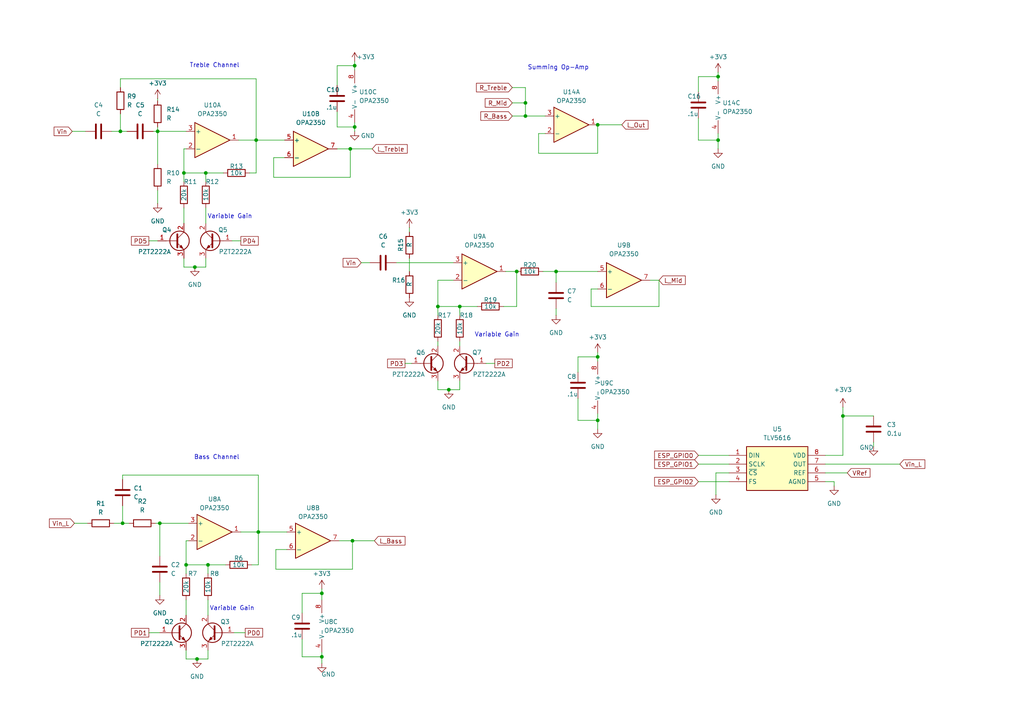
<source format=kicad_sch>
(kicad_sch (version 20250114) (generator "eeschema") (generator_version "9.0")
  (paper "A4")
  (lib_symbols
    (symbol "Device:R" (pin_numbers (hide yes)) (pin_names (offset 0))
      (property "Reference" "R" (at 2.032 0 90))
      (property "Value" "R" (at 0 0 90))
      (symbol "R_0_1"
        (rectangle (start -1.016 -2.54) (end 1.016 2.54) (stroke (width 0.254)))
      )
      (symbol "R_1_1"
        (pin passive line (at 0 3.81 270) (length 1.27) (name "~") (number "1"))
        (pin passive line (at 0 -3.81 90) (length 1.27) (name "~") (number "2"))
      )
    )
    (symbol "ECE445L:C" (pin_numbers (hide yes)) (pin_names (offset 0.254))
      (property "Reference" "C" (at 0.635 2.54 0))
      (property "Value" "C" (at 0.635 -2.54 0))
      (symbol "C_0_1"
        (polyline (pts (xy -2.032 0.762) (xy 2.032 0.762)) (stroke (width 0.508)))
        (polyline (pts (xy -2.032 -0.762) (xy 2.032 -0.762)) (stroke (width 0.508)))
      )
      (symbol "C_1_1"
        (pin passive line (at 0 3.81 270) (length 2.794) (name "~") (number "1"))
        (pin passive line (at 0 -3.81 90) (length 2.794) (name "~") (number "2"))
      )
    )
    (symbol "ECE445L:OPA2350" (pin_names (offset 0.127))
      (property "Reference" "U" (at 0 5.08 0))
      (property "Value" "OPA2350" (at -1.27 -5.08 0))
      (symbol "OPA2350_1_1"
        (polyline (pts (xy -5.08 5.08) (xy 5.08 0) (xy -5.08 -5.08) (xy -5.08 5.08)) (stroke (width 0.254)) (fill (type background)))
        (pin input line (at -7.62 2.54 0) (length 2.54) (name "+") (number "3"))
        (pin input line (at -7.62 -2.54 0) (length 2.54) (name "-") (number "2"))
        (pin output line (at 7.62 0 180) (length 2.54) (name "~") (number "1"))
      )
      (symbol "OPA2350_2_1"
        (polyline (pts (xy -5.08 5.08) (xy 5.08 0) (xy -5.08 -5.08) (xy -5.08 5.08)) (stroke (width 0.254)) (fill (type background)))
        (pin input line (at -7.62 2.54 0) (length 2.54) (name "+") (number "5"))
        (pin input line (at -7.62 -2.54 0) (length 2.54) (name "-") (number "6"))
        (pin output line (at 7.62 0 180) (length 2.54) (name "~") (number "7"))
      )
      (symbol "OPA2350_3_1"
        (pin power_in line (at -2.54 7.62 270) (length 3.81) (name "V+") (number "8"))
        (pin power_in line (at -2.54 -7.62 90) (length 3.81) (name "V-") (number "4"))
      )
    )
    (symbol "ECE445L:TLV5616"
      (property "Reference" "IC" (at -8.89 11.43 0))
      (property "Value" "TLV5616" (at -8.89 8.89 0))
      (symbol "TLV5616_1_1"
        (rectangle (start -8.89 6.35) (end 8.89 -6.35) (stroke (width 0.254)) (fill (type background)))
        (pin input line (at -13.97 3.81 0) (length 5.08) (name "DIN") (number "1"))
        (pin input line (at -13.97 1.27 0) (length 5.08) (name "SCLK") (number "2"))
        (pin input line (at -13.97 -1.27 0) (length 5.08) (name "~{CS}") (number "3"))
        (pin input line (at -13.97 -3.81 0) (length 5.08) (name "FS") (number "4"))
        (pin power_in line (at 13.97 3.81 180) (length 5.08) (name "VDD") (number "8"))
        (pin output line (at 13.97 1.27 180) (length 5.08) (name "OUT") (number "7"))
        (pin input line (at 13.97 -1.27 180) (length 5.08) (name "REF") (number "6"))
        (pin power_in line (at 13.97 -3.81 180) (length 5.08) (name "AGND") (number "5"))
      )
    )
    (symbol "Transistor_BJT:PZT2222A" (pin_names (offset 0) (hide yes))
      (property "Reference" "Q" (at 5.08 1.905 0))
      (property "Value" "PZT2222A" (at 5.08 0 0))
      (symbol "PZT2222A_0_1"
        (polyline (pts (xy -2.54 0) (xy 0.635 0)))
        (polyline (pts (xy 0.635 1.905) (xy 0.635 -1.905)) (stroke (width 0.508)))
        (circle (center 1.27 0) (radius 2.8194) (stroke (width 0.254)))
      )
      (symbol "PZT2222A_1_1"
        (polyline (pts (xy 0.635 0.635) (xy 2.54 2.54)))
        (polyline (pts (xy 0.635 -0.635) (xy 2.54 -2.54)))
        (polyline (pts (xy 1.27 -1.778) (xy 1.778 -1.27) (xy 2.286 -2.286) (xy 1.27 -1.778)) (fill (type outline)))
        (pin input line (at -5.08 0 0) (length 2.54) (name "B") (number "1"))
        (pin passive line (at 2.54 5.08 270) (length 2.54) (name "C") (number "2"))
        (pin passive line (at 2.54 -5.08 90) (length 2.54) (name "E") (number "3"))
      )
    )
    (symbol "power:+3V3" (power) (pin_numbers (hide yes)) (pin_names (offset 0) (hide yes))
      (property "Value" "+3V3" (at 0 3.556 0))
      (symbol "+3V3_0_1"
        (polyline (pts (xy -0.762 1.27) (xy 0 2.54)))
        (polyline (pts (xy 0 2.54) (xy 0.762 1.27)))
        (polyline (pts (xy 0 0) (xy 0 2.54)))
      )
      (symbol "+3V3_1_1"
        (pin power_in line (at 0 0 90) (length 0) (name "~") (number "1"))
      )
    )
    (symbol "power:GND" (power) (pin_numbers (hide yes)) (pin_names (offset 0) (hide yes))
      (property "Value" "GND" (at 0 -3.81 0))
      (symbol "GND_0_1"
        (polyline (pts (xy 0 0) (xy 0 -1.27) (xy 1.27 -1.27) (xy 0 -2.54) (xy -1.27 -1.27) (xy 0 -1.27)))
      )
      (symbol "GND_1_1"
        (pin power_in line (at 0 0 270) (length 0) (name "~") (number "1"))
      )
    )
  )
  (text "Variable Gain" (at 66.675 62.865 0) (effects (font (size 1.27 1.27))))
  (text "Treble Channel" (at 62.23 19.05 0) (effects (font (size 1.27 1.27))))
  (text "Summing Op-Amp" (at 161.925 19.685 0) (effects (font (size 1.27 1.27))))
  (text "Bass Channel" (at 62.865 132.715 0) (effects (font (size 1.27 1.27))))
  (text "Variable Gain" (at 67.31 176.53 0) (effects (font (size 1.27 1.27))))
  (text "Variable Gain" (at 144.145 97.155 0) (effects (font (size 1.27 1.27))))
  (junction (at 74.295 40.64))
  (junction (at 53.975 163.83))
  (junction (at 152.4 29.845))
  (junction (at 133.35 88.9))
  (junction (at 93.345 190.5))
  (junction (at 56.515 77.47))
  (junction (at 45.72 38.1))
  (junction (at 149.86 78.74))
  (junction (at 74.93 154.305))
  (junction (at 57.15 191.135))
  (junction (at 34.925 38.1))
  (junction (at 161.29 78.74))
  (junction (at 59.69 50.165))
  (junction (at 127 88.9))
  (junction (at 102.87 19.05))
  (junction (at 173.355 121.92))
  (junction (at 46.355 151.765))
  (junction (at 244.475 120.65))
  (junction (at 208.28 40.64))
  (junction (at 102.87 36.83))
  (junction (at 101.6 43.18))
  (junction (at 60.325 163.83))
  (junction (at 173.355 103.505))
  (junction (at 102.235 156.845))
  (junction (at 35.56 151.765))
  (junction (at 173.355 36.195))
  (junction (at 130.175 113.03))
  (junction (at 208.28 22.225))
  (junction (at 53.34 50.165))
  (junction (at 152.4 33.655))
  (junction (at 93.345 172.085))
  (wire (pts (xy 102.87 19.05) (xy 102.87 20.32)))
  (wire (pts (xy 74.295 22.86) (xy 74.295 40.64)))
  (wire (pts (xy 53.975 163.83) (xy 53.975 166.37)))
  (wire (pts (xy 157.48 78.74) (xy 161.29 78.74)))
  (wire (pts (xy 101.6 43.18) (xy 101.6 51.435)))
  (wire (pts (xy 152.4 29.845) (xy 152.4 33.655)))
  (wire (pts (xy 57.15 191.135) (xy 53.975 191.135)))
  (wire (pts (xy 253.365 128.27) (xy 253.365 129.54)))
  (wire (pts (xy 102.87 36.83) (xy 97.79 36.83)))
  (wire (pts (xy 53.975 156.845) (xy 53.975 163.83)))
  (wire (pts (xy 130.175 113.03) (xy 127 113.03)))
  (wire (pts (xy 43.18 183.515) (xy 46.355 183.515)))
  (wire (pts (xy 53.34 50.165) (xy 59.69 50.165)))
  (wire (pts (xy 45.72 55.245) (xy 45.72 59.055)))
  (wire (pts (xy 244.475 120.65) (xy 253.365 120.65)))
  (wire (pts (xy 53.34 74.93) (xy 53.34 77.47)))
  (wire (pts (xy 173.355 102.235) (xy 173.355 103.505)))
  (wire (pts (xy 87.63 172.085) (xy 87.63 177.8)))
  (wire (pts (xy 244.475 132.08) (xy 239.395 132.08)))
  (wire (pts (xy 35.56 151.765) (xy 37.465 151.765)))
  (wire (pts (xy 93.345 170.815) (xy 93.345 172.085)))
  (wire (pts (xy 152.4 33.655) (xy 158.115 33.655)))
  (wire (pts (xy 56.515 77.47) (xy 53.34 77.47)))
  (wire (pts (xy 74.93 163.83) (xy 74.93 154.305)))
  (wire (pts (xy 44.45 38.1) (xy 45.72 38.1)))
  (wire (pts (xy 102.87 17.78) (xy 102.87 19.05)))
  (wire (pts (xy 167.64 121.92) (xy 173.355 121.92)))
  (wire (pts (xy 202.565 132.08) (xy 211.455 132.08)))
  (wire (pts (xy 45.72 29.21) (xy 45.72 28.575)))
  (wire (pts (xy 35.56 139.065) (xy 35.56 137.795)))
  (wire (pts (xy 202.565 22.225) (xy 202.565 26.67)))
  (wire (pts (xy 244.475 118.11) (xy 244.475 120.65)))
  (wire (pts (xy 45.085 151.765) (xy 46.355 151.765)))
  (wire (pts (xy 208.28 22.225) (xy 202.565 22.225)))
  (wire (pts (xy 156.21 38.735) (xy 156.21 44.45)))
  (wire (pts (xy 53.975 173.99) (xy 53.975 178.435)))
  (wire (pts (xy 133.35 113.03) (xy 130.175 113.03)))
  (wire (pts (xy 127 88.9) (xy 127 91.44)))
  (wire (pts (xy 118.745 74.93) (xy 118.745 78.74)))
  (wire (pts (xy 149.86 78.74) (xy 146.685 78.74)))
  (wire (pts (xy 97.79 32.385) (xy 97.79 36.83)))
  (wire (pts (xy 80.01 165.1) (xy 80.01 159.385)))
  (wire (pts (xy 67.31 69.85) (xy 69.85 69.85)))
  (wire (pts (xy 127 88.9) (xy 133.35 88.9)))
  (wire (pts (xy 148.59 29.845) (xy 152.4 29.845)))
  (wire (pts (xy 207.645 137.16) (xy 207.645 143.51)))
  (wire (pts (xy 127 99.06) (xy 127 100.33)))
  (wire (pts (xy 127 81.28) (xy 131.445 81.28)))
  (wire (pts (xy 53.34 43.18) (xy 53.975 43.18)))
  (wire (pts (xy 208.28 20.955) (xy 208.28 22.225)))
  (wire (pts (xy 173.355 103.505) (xy 173.355 104.775)))
  (wire (pts (xy 102.87 36.83) (xy 102.87 38.1)))
  (wire (pts (xy 241.935 139.7) (xy 241.935 140.97)))
  (wire (pts (xy 97.79 43.18) (xy 101.6 43.18)))
  (wire (pts (xy 173.355 121.92) (xy 173.355 124.46)))
  (wire (pts (xy 60.325 173.99) (xy 60.325 178.435)))
  (wire (pts (xy 173.355 120.015) (xy 173.355 121.92)))
  (wire (pts (xy 80.01 159.385) (xy 83.185 159.385)))
  (wire (pts (xy 53.34 50.165) (xy 53.34 52.705)))
  (wire (pts (xy 43.18 69.85) (xy 45.72 69.85)))
  (wire (pts (xy 59.69 50.165) (xy 59.69 52.705)))
  (wire (pts (xy 74.93 137.795) (xy 74.93 154.305)))
  (wire (pts (xy 158.115 38.735) (xy 156.21 38.735)))
  (wire (pts (xy 45.72 36.83) (xy 45.72 38.1)))
  (wire (pts (xy 53.975 163.83) (xy 60.325 163.83)))
  (wire (pts (xy 34.925 22.86) (xy 34.925 25.4)))
  (wire (pts (xy 133.35 88.9) (xy 133.35 91.44)))
  (wire (pts (xy 173.355 103.505) (xy 167.64 103.505)))
  (wire (pts (xy 53.975 188.595) (xy 53.975 191.135)))
  (wire (pts (xy 171.45 83.82) (xy 173.355 83.82)))
  (wire (pts (xy 104.775 76.2) (xy 107.315 76.2)))
  (wire (pts (xy 60.325 191.135) (xy 57.15 191.135)))
  (wire (pts (xy 20.955 38.1) (xy 24.765 38.1)))
  (wire (pts (xy 148.59 25.4) (xy 152.4 25.4)))
  (wire (pts (xy 171.45 88.9) (xy 171.45 83.82)))
  (wire (pts (xy 73.025 163.83) (xy 74.93 163.83)))
  (wire (pts (xy 152.4 25.4) (xy 152.4 29.845)))
  (wire (pts (xy 60.325 163.83) (xy 60.325 166.37)))
  (wire (pts (xy 67.945 183.515) (xy 71.12 183.515)))
  (wire (pts (xy 118.745 66.04) (xy 118.745 67.31)))
  (wire (pts (xy 74.93 154.305) (xy 83.185 154.305)))
  (wire (pts (xy 146.05 88.9) (xy 149.86 88.9)))
  (wire (pts (xy 161.29 78.74) (xy 161.29 81.915)))
  (wire (pts (xy 46.355 151.765) (xy 46.355 161.29)))
  (wire (pts (xy 239.395 139.7) (xy 241.935 139.7)))
  (wire (pts (xy 148.59 33.655) (xy 152.4 33.655)))
  (wire (pts (xy 97.79 19.05) (xy 102.87 19.05)))
  (wire (pts (xy 79.375 51.435) (xy 79.375 45.72)))
  (wire (pts (xy 208.28 22.225) (xy 208.28 23.495)))
  (wire (pts (xy 93.345 190.5) (xy 93.345 192.405)))
  (wire (pts (xy 202.565 34.29) (xy 202.565 40.64)))
  (wire (pts (xy 208.28 38.735) (xy 208.28 40.64)))
  (wire (pts (xy 98.425 156.845) (xy 102.235 156.845)))
  (wire (pts (xy 161.29 89.535) (xy 161.29 91.44)))
  (wire (pts (xy 173.355 44.45) (xy 173.355 36.195)))
  (wire (pts (xy 133.35 88.9) (xy 138.43 88.9)))
  (wire (pts (xy 127 88.9) (xy 127 81.28)))
  (wire (pts (xy 59.69 50.165) (xy 64.77 50.165)))
  (wire (pts (xy 60.325 188.595) (xy 60.325 191.135)))
  (wire (pts (xy 102.87 35.56) (xy 102.87 36.83)))
  (wire (pts (xy 167.64 103.505) (xy 167.64 107.95)))
  (wire (pts (xy 239.395 137.16) (xy 245.745 137.16)))
  (wire (pts (xy 211.455 137.16) (xy 207.645 137.16)))
  (wire (pts (xy 45.72 38.1) (xy 45.72 47.625)))
  (wire (pts (xy 133.35 99.06) (xy 133.35 100.33)))
  (wire (pts (xy 21.59 151.765) (xy 25.4 151.765)))
  (wire (pts (xy 114.935 76.2) (xy 131.445 76.2)))
  (wire (pts (xy 202.565 134.62) (xy 211.455 134.62)))
  (wire (pts (xy 34.925 33.02) (xy 34.925 38.1)))
  (wire (pts (xy 140.97 105.41) (xy 143.51 105.41)))
  (wire (pts (xy 34.925 38.1) (xy 36.83 38.1)))
  (wire (pts (xy 46.355 151.765) (xy 54.61 151.765)))
  (wire (pts (xy 208.28 40.64) (xy 208.28 43.18)))
  (wire (pts (xy 79.375 45.72) (xy 82.55 45.72)))
  (wire (pts (xy 239.395 134.62) (xy 260.985 134.62)))
  (wire (pts (xy 191.135 88.9) (xy 171.45 88.9)))
  (wire (pts (xy 59.69 77.47) (xy 56.515 77.47)))
  (wire (pts (xy 133.35 110.49) (xy 133.35 113.03)))
  (wire (pts (xy 87.63 190.5) (xy 93.345 190.5)))
  (wire (pts (xy 101.6 43.18) (xy 107.95 43.18)))
  (wire (pts (xy 156.21 44.45) (xy 173.355 44.45)))
  (wire (pts (xy 33.02 151.765) (xy 35.56 151.765)))
  (wire (pts (xy 45.72 38.1) (xy 53.975 38.1)))
  (wire (pts (xy 74.295 40.64) (xy 69.215 40.64)))
  (wire (pts (xy 35.56 146.685) (xy 35.56 151.765)))
  (wire (pts (xy 127 110.49) (xy 127 113.03)))
  (wire (pts (xy 202.565 139.7) (xy 211.455 139.7)))
  (wire (pts (xy 173.355 36.195) (xy 180.34 36.195)))
  (wire (pts (xy 188.595 81.28) (xy 191.135 81.28)))
  (wire (pts (xy 32.385 38.1) (xy 34.925 38.1)))
  (wire (pts (xy 93.345 172.085) (xy 87.63 172.085)))
  (wire (pts (xy 244.475 120.65) (xy 244.475 132.08)))
  (wire (pts (xy 87.63 185.42) (xy 87.63 190.5)))
  (wire (pts (xy 60.325 163.83) (xy 65.405 163.83)))
  (wire (pts (xy 34.925 22.86) (xy 74.295 22.86)))
  (wire (pts (xy 117.475 105.41) (xy 119.38 105.41)))
  (wire (pts (xy 74.295 50.165) (xy 74.295 40.64)))
  (wire (pts (xy 35.56 137.795) (xy 74.93 137.795)))
  (wire (pts (xy 97.79 24.765) (xy 97.79 19.05)))
  (wire (pts (xy 101.6 51.435) (xy 79.375 51.435)))
  (wire (pts (xy 46.355 168.91) (xy 46.355 172.72)))
  (wire (pts (xy 149.86 88.9) (xy 149.86 78.74)))
  (wire (pts (xy 161.29 78.74) (xy 173.355 78.74)))
  (wire (pts (xy 53.975 156.845) (xy 54.61 156.845)))
  (wire (pts (xy 93.345 173.99) (xy 93.345 172.085)))
  (wire (pts (xy 202.565 40.64) (xy 208.28 40.64)))
  (wire (pts (xy 102.235 165.1) (xy 80.01 165.1)))
  (wire (pts (xy 53.34 43.18) (xy 53.34 50.165)))
  (wire (pts (xy 167.64 115.57) (xy 167.64 121.92)))
  (wire (pts (xy 74.93 154.305) (xy 69.85 154.305)))
  (wire (pts (xy 102.235 156.845) (xy 102.235 165.1)))
  (wire (pts (xy 93.345 190.5) (xy 93.345 189.23)))
  (wire (pts (xy 102.235 156.845) (xy 108.585 156.845)))
  (wire (pts (xy 72.39 50.165) (xy 74.295 50.165)))
  (wire (pts (xy 191.135 81.28) (xy 191.135 88.9)))
  (wire (pts (xy 59.69 60.325) (xy 59.69 64.77)))
  (wire (pts (xy 53.34 60.325) (xy 53.34 64.77)))
  (wire (pts (xy 74.295 40.64) (xy 82.55 40.64)))
  (wire (pts (xy 59.69 74.93) (xy 59.69 77.47)))
  (global_label "PD5" (shape passive) (at 43.18 69.85 180) (property "Intersheetrefs" "${INTERSHEET_REFS}" (effects (hide yes))))
  (global_label "Vin_L" (shape input) (at 260.985 134.62 0) (property "Intersheetrefs" "${INTERSHEET_REFS}" (effects (hide yes))))
  (global_label "R_Treble" (shape input) (at 148.59 25.4 180) (property "Intersheetrefs" "${INTERSHEET_REFS}" (effects (hide yes))))
  (global_label "PD2" (shape passive) (at 143.51 105.41 0) (property "Intersheetrefs" "${INTERSHEET_REFS}" (effects (hide yes))))
  (global_label "Vin" (shape input) (at 104.775 76.2 180) (property "Intersheetrefs" "${INTERSHEET_REFS}" (effects (hide yes))))
  (global_label "PD0" (shape passive) (at 71.12 183.515 0) (property "Intersheetrefs" "${INTERSHEET_REFS}" (effects (hide yes))))
  (global_label "VRef" (shape input) (at 245.745 137.16 0) (property "Intersheetrefs" "${INTERSHEET_REFS}" (effects (hide yes))))
  (global_label "ESP_GPIO1" (shape input) (at 202.565 134.62 180) (property "Intersheetrefs" "${INTERSHEET_REFS}" (effects (hide yes))))
  (global_label "PD4" (shape passive) (at 69.85 69.85 0) (property "Intersheetrefs" "${INTERSHEET_REFS}" (effects (hide yes))))
  (global_label "R_Mid" (shape input) (at 148.59 29.845 180) (property "Intersheetrefs" "${INTERSHEET_REFS}" (effects (hide yes))))
  (global_label "L_Mid" (shape input) (at 191.135 81.28 0) (property "Intersheetrefs" "${INTERSHEET_REFS}" (effects (hide yes))))
  (global_label "L_Bass" (shape input) (at 108.585 156.845 0) (property "Intersheetrefs" "${INTERSHEET_REFS}" (effects (hide yes))))
  (global_label "PD1" (shape passive) (at 43.18 183.515 180) (property "Intersheetrefs" "${INTERSHEET_REFS}" (effects (hide yes))))
  (global_label "R_Bass" (shape input) (at 148.59 33.655 180) (property "Intersheetrefs" "${INTERSHEET_REFS}" (effects (hide yes))))
  (global_label "Vin" (shape input) (at 20.955 38.1 180) (property "Intersheetrefs" "${INTERSHEET_REFS}" (effects (hide yes))))
  (global_label "PD3" (shape passive) (at 117.475 105.41 180) (property "Intersheetrefs" "${INTERSHEET_REFS}" (effects (hide yes))))
  (global_label "ESP_GPIO2" (shape input) (at 202.565 139.7 180) (property "Intersheetrefs" "${INTERSHEET_REFS}" (effects (hide yes))))
  (global_label "L_Out" (shape input) (at 180.34 36.195 0) (property "Intersheetrefs" "${INTERSHEET_REFS}" (effects (hide yes))))
  (global_label "L_Treble" (shape input) (at 107.95 43.18 0) (property "Intersheetrefs" "${INTERSHEET_REFS}" (effects (hide yes))))
  (global_label "ESP_GPIO0" (shape input) (at 202.565 132.08 180) (property "Intersheetrefs" "${INTERSHEET_REFS}" (effects (hide yes))))
  (global_label "Vin_L" (shape input) (at 21.59 151.765 180) (property "Intersheetrefs" "${INTERSHEET_REFS}" (effects (hide yes))))
  (symbol (lib_id "power:+3V3") (at 173.355 102.235 0) (unit 1)
    (property "Reference" "#PWR023" (effects (hide yes)))
    (property "Value" "+3V3" (at 173.355 97.79 0))
    (property "Description" "Power symbol creates a global label with name \"+3V3\"" (effects (hide yes)))
  )
  (symbol (lib_id "power:GND") (at 173.355 124.46 0) (unit 1)
    (property "Reference" "#PWR024" (effects (hide yes)))
    (property "Value" "GND" (at 173.355 129.54 0))
    (property "Description" "Power symbol creates a global label with name \"GND\" , ground" (effects (hide yes)))
  )
  (symbol (lib_id "ECE445L:C") (at 167.64 111.76 180) (unit 1)
    (property "Reference" "C8" (at 164.465 109.22 0) (effects (justify right)))
    (property "Value" ".1u" (at 164.465 114.3 0) (effects (justify right)))
    (property "Footprint" "Capacitor_SMD:C_0805_2012Metric" (effects (hide yes)))
    (property "Description" "Unpolarized capacitor" (effects (hide yes)))
  )
  (symbol (lib_id "ECE445L:C") (at 97.79 28.575 180) (unit 1)
    (property "Reference" "C10" (at 94.615 26.035 0) (effects (justify right)))
    (property "Value" ".1u" (at 94.615 31.115 0) (effects (justify right)))
    (property "Footprint" "Capacitor_SMD:C_0805_2012Metric" (effects (hide yes)))
    (property "Description" "Unpolarized capacitor" (effects (hide yes)))
  )
  (symbol (lib_id "Device:R") (at 133.35 95.25 180) (unit 1)
    (property "Reference" "R18" (at 135.255 91.44 0))
    (property "Value" "10k" (at 133.35 95.25 90))
    (property "Footprint" "Resistor_SMD:R_0805_2012Metric" (effects (hide yes)))
    (property "Description" "Resistor" (effects (hide yes)))
  )
  (symbol (lib_id "ECE445L:OPA2350") (at 90.805 156.845 0) (unit 2)
    (property "Reference" "U8" (at 90.805 147.32 0))
    (property "Value" "OPA2350" (at 90.805 149.86 0))
    (property "Footprint" "ECE445L:DIP-8_W7.62mm_LongPads" (effects (hide yes)))
    (property "Datasheet" "http://www.ti.com/lit/ds/symlink/opa2350.pdf" (effects (hide yes)))
    (property "Description" "Precision, 38-MHz, Low-Noise, Low-Power, RRIO, CMOS Operational Amplifier, DIP-8" (effects (hide yes)))
  )
  (symbol (lib_id "power:GND") (at 56.515 77.47 0) (unit 1)
    (property "Reference" "#PWR014" (effects (hide yes)))
    (property "Value" "GND" (at 56.515 82.55 0))
    (property "Description" "Power symbol creates a global label with name \"GND\" , ground" (effects (hide yes)))
  )
  (symbol (lib_id "power:GND") (at 207.645 143.51 0) (unit 1)
    (property "Reference" "#PWR010" (effects (hide yes)))
    (property "Value" "GND" (at 207.645 148.59 0))
    (property "Description" "Power symbol creates a global label with name \"GND\" , ground" (effects (hide yes)))
  )
  (symbol (lib_id "ECE445L:C") (at 87.63 181.61 180) (unit 1)
    (property "Reference" "C9" (at 84.455 179.07 0) (effects (justify right)))
    (property "Value" ".1u" (at 84.455 184.15 0) (effects (justify right)))
    (property "Footprint" "Capacitor_SMD:C_0805_2012Metric" (effects (hide yes)))
    (property "Description" "Unpolarized capacitor" (effects (hide yes)))
  )
  (symbol (lib_id "Device:R") (at 34.925 29.21 0) (unit 1)
    (property "Reference" "R9" (at 36.83 27.9399 0) (effects (justify left)))
    (property "Value" "R" (at 36.83 30.4799 0) (effects (justify left)))
    (property "Footprint" "Resistor_SMD:R_0805_2012Metric" (effects (hide yes)))
    (property "Description" "Resistor" (effects (hide yes)))
  )
  (symbol (lib_id "ECE445L:TLV5616") (at 225.425 135.89 0) (unit 1)
    (property "Reference" "U5" (at 225.425 124.46 0))
    (property "Value" "TLV5616" (at 225.425 127 0))
    (property "Footprint" "ECE445L:DIP-8_W7.62mm_LongPads" (effects (hide yes)))
    (property "Datasheet" "https://www.ti.com/lit/ds/symlink/tlv5616.pdf" (effects (hide yes)))
    (property "Description" "12-Bit, 2.5 us DAC, Serial Input, Pgrmable Settling Time, Q temp available" (effects (hide yes)))
    (property "Distributor" "Mouser" (effects (hide yes)))
    (property "Manufacturer" "Texas Instruments" (effects (hide yes)))
    (property "P/N" "TLV5616" (effects (hide yes)))
    (property "Cost" "13.80" (effects (hide yes)))
  )
  (symbol (lib_id "Transistor_BJT:PZT2222A") (at 135.89 105.41 0) (mirror y) (unit 1)
    (property "Reference" "Q7" (at 139.7 102.235 0) (effects (justify left)))
    (property "Value" "PZT2222A" (at 146.685 108.585 0) (effects (justify left)))
    (property "Footprint" "Package_TO_SOT_SMD:SOT-223-3_TabPin2" (effects (hide yes)))
    (property "Datasheet" "https://www.onsemi.com/pub/Collateral/PN2222-D.PDF" (effects (hide yes)))
    (property "Description" "1A Ic, 40V Vce, NPN Transistor, General Purpose Transistor, SOT-223" (effects (hide yes)))
  )
  (symbol (lib_id "ECE445L:OPA2350") (at 165.735 36.195 0) (unit 1)
    (property "Reference" "U14" (at 165.735 26.67 0))
    (property "Value" "OPA2350" (at 165.735 29.21 0))
    (property "Footprint" "ECE445L:DIP-8_W7.62mm_LongPads" (effects (hide yes)))
    (property "Datasheet" "http://www.ti.com/lit/ds/symlink/opa2350.pdf" (effects (hide yes)))
    (property "Description" "Precision, 38-MHz, Low-Noise, Low-Power, RRIO, CMOS Operational Amplifier, DIP-8" (effects (hide yes)))
  )
  (symbol (lib_id "ECE445L:OPA2350") (at 180.975 81.28 0) (unit 2)
    (property "Reference" "U9" (at 180.975 71.12 0))
    (property "Value" "OPA2350" (at 180.975 73.66 0))
    (property "Footprint" "ECE445L:DIP-8_W7.62mm_LongPads" (effects (hide yes)))
    (property "Datasheet" "http://www.ti.com/lit/ds/symlink/opa2350.pdf" (effects (hide yes)))
    (property "Description" "Precision, 38-MHz, Low-Noise, Low-Power, RRIO, CMOS Operational Amplifier, DIP-8" (effects (hide yes)))
  )
  (symbol (lib_id "power:+3V3") (at 244.475 118.11 0) (unit 1)
    (property "Reference" "#PWR09" (effects (hide yes)))
    (property "Value" "+3V3" (at 244.475 113.03 0))
    (property "Description" "Power symbol creates a global label with name \"+3V3\"" (effects (hide yes)))
  )
  (symbol (lib_id "Transistor_BJT:PZT2222A") (at 124.46 105.41 0) (unit 1)
    (property "Reference" "Q6" (at 120.65 102.235 0) (effects (justify left)))
    (property "Value" "PZT2222A" (at 113.665 108.585 0) (effects (justify left)))
    (property "Footprint" "Package_TO_SOT_SMD:SOT-223-3_TabPin2" (effects (hide yes)))
    (property "Datasheet" "https://www.onsemi.com/pub/Collateral/PN2222-D.PDF" (effects (hide yes)))
    (property "Description" "1A Ic, 40V Vce, NPN Transistor, General Purpose Transistor, SOT-223" (effects (hide yes)))
  )
  (symbol (lib_id "ECE445L:OPA2350") (at 139.065 78.74 0) (unit 1)
    (property "Reference" "U9" (at 139.065 68.58 0))
    (property "Value" "OPA2350" (at 139.065 71.12 0))
    (property "Footprint" "ECE445L:DIP-8_W7.62mm_LongPads" (effects (hide yes)))
    (property "Datasheet" "http://www.ti.com/lit/ds/symlink/opa2350.pdf" (effects (hide yes)))
    (property "Description" "Precision, 38-MHz, Low-Noise, Low-Power, RRIO, CMOS Operational Amplifier, DIP-8" (effects (hide yes)))
  )
  (symbol (lib_id "Device:R") (at 53.975 170.18 0) (unit 1)
    (property "Reference" "R7" (at 55.88 166.37 0))
    (property "Value" "20k" (at 53.975 170.18 90))
    (property "Footprint" "Resistor_SMD:R_0805_2012Metric" (effects (hide yes)))
    (property "Description" "Resistor" (effects (hide yes)))
  )
  (symbol (lib_id "Device:R") (at 153.67 78.74 90) (unit 1)
    (property "Reference" "R20" (at 153.67 76.835 90))
    (property "Value" "10k" (at 153.67 78.74 90))
    (property "Footprint" "Resistor_SMD:R_0805_2012Metric" (effects (hide yes)))
    (property "Description" "Resistor" (effects (hide yes)))
  )
  (symbol (lib_id "power:+3V3") (at 93.345 170.815 0) (unit 1)
    (property "Reference" "#PWR026" (effects (hide yes)))
    (property "Value" "+3V3" (at 93.345 166.37 0))
    (property "Description" "Power symbol creates a global label with name \"+3V3\"" (effects (hide yes)))
  )
  (symbol (lib_id "power:+3V3") (at 102.87 17.78 0) (unit 1)
    (property "Reference" "#PWR028" (effects (hide yes)))
    (property "Value" "+3V3" (at 106.045 16.51 0))
    (property "Description" "Power symbol creates a global label with name \"+3V3\"" (effects (hide yes)))
  )
  (symbol (lib_id "ECE445L:C") (at 35.56 142.875 0) (unit 1)
    (property "Reference" "C1" (at 38.735 141.6049 0) (effects (justify left)))
    (property "Value" "C" (at 38.735 144.1449 0) (effects (justify left)))
    (property "Footprint" "Capacitor_SMD:C_0805_2012Metric" (effects (hide yes)))
    (property "Description" "Unpolarized capacitor" (effects (hide yes)))
  )
  (symbol (lib_id "ECE445L:OPA2350") (at 175.895 112.395 0) (unit 3)
    (property "Reference" "U9" (at 173.99 111.1249 0) (effects (justify left)))
    (property "Value" "OPA2350" (at 173.99 113.6649 0) (effects (justify left)))
    (property "Footprint" "ECE445L:DIP-8_W7.62mm_LongPads" (effects (hide yes)))
    (property "Datasheet" "http://www.ti.com/lit/ds/symlink/opa2350.pdf" (effects (hide yes)))
    (property "Description" "Precision, 38-MHz, Low-Noise, Low-Power, RRIO, CMOS Operational Amplifier, DIP-8" (effects (hide yes)))
  )
  (symbol (lib_id "Device:R") (at 41.275 151.765 90) (unit 1)
    (property "Reference" "R2" (at 41.275 145.415 90))
    (property "Value" "R" (at 41.275 147.955 90))
    (property "Footprint" "Resistor_SMD:R_0805_2012Metric" (effects (hide yes)))
    (property "Description" "Resistor" (effects (hide yes)))
  )
  (symbol (lib_id "Device:R") (at 127 95.25 0) (unit 1)
    (property "Reference" "R17" (at 128.905 91.44 0))
    (property "Value" "20k" (at 127 95.25 90))
    (property "Footprint" "Resistor_SMD:R_0805_2012Metric" (effects (hide yes)))
    (property "Description" "Resistor" (effects (hide yes)))
  )
  (symbol (lib_id "power:GND") (at 161.29 91.44 0) (unit 1)
    (property "Reference" "#PWR022" (effects (hide yes)))
    (property "Value" "GND" (at 161.29 96.52 0))
    (property "Description" "Power symbol creates a global label with name \"GND\" , ground" (effects (hide yes)))
  )
  (symbol (lib_id "Device:R") (at 45.72 33.02 180) (unit 1)
    (property "Reference" "R14" (at 48.26 31.7499 0) (effects (justify right)))
    (property "Value" "R" (at 48.26 34.2899 0) (effects (justify right)))
    (property "Footprint" "Resistor_SMD:R_0805_2012Metric" (effects (hide yes)))
    (property "Description" "Resistor" (effects (hide yes)))
  )
  (symbol (lib_id "Transistor_BJT:PZT2222A") (at 51.435 183.515 0) (unit 1)
    (property "Reference" "Q2" (at 47.625 180.34 0) (effects (justify left)))
    (property "Value" "PZT2222A" (at 40.64 186.69 0) (effects (justify left)))
    (property "Footprint" "Package_TO_SOT_SMD:SOT-223-3_TabPin2" (effects (hide yes)))
    (property "Datasheet" "https://www.onsemi.com/pub/Collateral/PN2222-D.PDF" (effects (hide yes)))
    (property "Description" "1A Ic, 40V Vce, NPN Transistor, General Purpose Transistor, SOT-223" (effects (hide yes)))
  )
  (symbol (lib_id "Device:R") (at 59.69 56.515 180) (unit 1)
    (property "Reference" "R12" (at 61.595 52.705 0))
    (property "Value" "10k" (at 59.69 56.515 90))
    (property "Footprint" "Resistor_SMD:R_0805_2012Metric" (effects (hide yes)))
    (property "Description" "Resistor" (effects (hide yes)))
  )
  (symbol (lib_id "ECE445L:OPA2350") (at 105.41 27.94 0) (unit 3)
    (property "Reference" "U10" (at 104.14 26.6699 0) (effects (justify left)))
    (property "Value" "OPA2350" (at 104.14 29.2099 0) (effects (justify left)))
    (property "Footprint" "ECE445L:DIP-8_W7.62mm_LongPads" (effects (hide yes)))
    (property "Datasheet" "http://www.ti.com/lit/ds/symlink/opa2350.pdf" (effects (hide yes)))
    (property "Description" "Precision, 38-MHz, Low-Noise, Low-Power, RRIO, CMOS Operational Amplifier, DIP-8" (effects (hide yes)))
  )
  (symbol (lib_id "Device:R") (at 60.325 170.18 180) (unit 1)
    (property "Reference" "R8" (at 62.23 166.37 0))
    (property "Value" "10k" (at 60.325 170.18 90))
    (property "Footprint" "Resistor_SMD:R_0805_2012Metric" (effects (hide yes)))
    (property "Description" "Resistor" (effects (hide yes)))
  )
  (symbol (lib_id "power:GND") (at 118.745 86.36 0) (unit 1)
    (property "Reference" "#PWR020" (effects (hide yes)))
    (property "Value" "GND" (at 118.745 91.44 0))
    (property "Description" "Power symbol creates a global label with name \"GND\" , ground" (effects (hide yes)))
  )
  (symbol (lib_id "power:GND") (at 93.345 192.405 0) (unit 1)
    (property "Reference" "#PWR025" (effects (hide yes)))
    (property "Value" "GND" (at 95.25 195.58 0))
    (property "Description" "Power symbol creates a global label with name \"GND\" , ground" (effects (hide yes)))
  )
  (symbol (lib_id "ECE445L:C") (at 46.355 165.1 0) (unit 1)
    (property "Reference" "C2" (at 49.53 163.8299 0) (effects (justify left)))
    (property "Value" "C" (at 49.53 166.3699 0) (effects (justify left)))
    (property "Footprint" "Capacitor_SMD:C_0805_2012Metric" (effects (hide yes)))
    (property "Description" "Unpolarized capacitor" (effects (hide yes)))
  )
  (symbol (lib_id "Device:R") (at 45.72 51.435 180) (unit 1)
    (property "Reference" "R10" (at 48.26 50.1649 0) (effects (justify right)))
    (property "Value" "R" (at 48.26 52.7049 0) (effects (justify right)))
    (property "Footprint" "Resistor_SMD:R_0805_2012Metric" (effects (hide yes)))
    (property "Description" "Resistor" (effects (hide yes)))
  )
  (symbol (lib_id "power:GND") (at 241.935 140.97 0) (unit 1)
    (property "Reference" "#PWR09" (effects (hide yes)))
    (property "Value" "GND" (at 241.935 146.05 0))
    (property "Description" "Power symbol creates a global label with name \"GND\" , ground" (effects (hide yes)))
  )
  (symbol (lib_id "ECE445L:C") (at 28.575 38.1 90) (unit 1)
    (property "Reference" "C4" (at 28.575 30.48 90))
    (property "Value" "C" (at 28.575 33.02 90))
    (property "Footprint" "Capacitor_SMD:C_0805_2012Metric" (effects (hide yes)))
    (property "Description" "Unpolarized capacitor" (effects (hide yes)))
  )
  (symbol (lib_id "power:+3V3") (at 118.745 66.04 0) (unit 1)
    (property "Reference" "#PWR019" (effects (hide yes)))
    (property "Value" "+3V3" (at 118.745 61.595 0))
    (property "Description" "Power symbol creates a global label with name \"+3V3\"" (effects (hide yes)))
  )
  (symbol (lib_id "ECE445L:OPA2350") (at 61.595 40.64 0) (unit 1)
    (property "Reference" "U10" (at 61.595 30.48 0))
    (property "Value" "OPA2350" (at 61.595 33.02 0))
    (property "Footprint" "ECE445L:DIP-8_W7.62mm_LongPads" (effects (hide yes)))
    (property "Datasheet" "http://www.ti.com/lit/ds/symlink/opa2350.pdf" (effects (hide yes)))
    (property "Description" "Precision, 38-MHz, Low-Noise, Low-Power, RRIO, CMOS Operational Amplifier, DIP-8" (effects (hide yes)))
  )
  (symbol (lib_id "ECE445L:C") (at 253.365 124.46 0) (unit 1)
    (property "Reference" "C3" (at 257.175 123.1899 0) (effects (justify left)))
    (property "Value" "0.1u" (at 257.175 125.7299 0) (effects (justify left)))
    (property "Footprint" "ECE445L:C_Axial_200mil" (effects (hide yes)))
    (property "Description" "Unpolarized capacitor" (effects (hide yes)))
  )
  (symbol (lib_id "ECE445L:C") (at 40.64 38.1 90) (unit 1)
    (property "Reference" "C5" (at 40.64 30.48 90))
    (property "Value" "C" (at 40.64 33.02 90))
    (property "Footprint" "Capacitor_SMD:C_0805_2012Metric" (effects (hide yes)))
    (property "Description" "Unpolarized capacitor" (effects (hide yes)))
  )
  (symbol (lib_id "power:GND") (at 45.72 59.055 0) (unit 1)
    (property "Reference" "#PWR013" (effects (hide yes)))
    (property "Value" "GND" (at 45.72 64.135 0))
    (property "Description" "Power symbol creates a global label with name \"GND\" , ground" (effects (hide yes)))
  )
  (symbol (lib_id "Device:R") (at 118.745 82.55 180) (unit 1)
    (property "Reference" "R16" (at 113.665 81.28 0) (effects (justify right)))
    (property "Value" "R" (at 118.745 83.185 90) (effects (justify right)))
    (property "Footprint" "Resistor_SMD:R_0805_2012Metric" (effects (hide yes)))
    (property "Description" "Resistor" (effects (hide yes)))
  )
  (symbol (lib_id "Transistor_BJT:PZT2222A") (at 62.23 69.85 0) (mirror y) (unit 1)
    (property "Reference" "Q5" (at 66.04 66.675 0) (effects (justify left)))
    (property "Value" "PZT2222A" (at 73.025 73.025 0) (effects (justify left)))
    (property "Footprint" "Package_TO_SOT_SMD:SOT-223-3_TabPin2" (effects (hide yes)))
    (property "Datasheet" "https://www.onsemi.com/pub/Collateral/PN2222-D.PDF" (effects (hide yes)))
    (property "Description" "1A Ic, 40V Vce, NPN Transistor, General Purpose Transistor, SOT-223" (effects (hide yes)))
  )
  (symbol (lib_id "power:GND") (at 208.28 43.18 0) (unit 1)
    (property "Reference" "#PWR07" (effects (hide yes)))
    (property "Value" "GND" (at 208.28 48.26 0))
    (property "Description" "Power symbol creates a global label with name \"GND\" , ground" (effects (hide yes)))
  )
  (symbol (lib_id "ECE445L:OPA2350") (at 90.17 43.18 0) (unit 2)
    (property "Reference" "U10" (at 90.17 33.02 0))
    (property "Value" "OPA2350" (at 90.17 35.56 0))
    (property "Footprint" "ECE445L:DIP-8_W7.62mm_LongPads" (effects (hide yes)))
    (property "Datasheet" "http://www.ti.com/lit/ds/symlink/opa2350.pdf" (effects (hide yes)))
    (property "Description" "Precision, 38-MHz, Low-Noise, Low-Power, RRIO, CMOS Operational Amplifier, DIP-8" (effects (hide yes)))
  )
  (symbol (lib_id "power:+3V3") (at 45.72 28.575 0) (unit 1)
    (property "Reference" "#PWR018" (effects (hide yes)))
    (property "Value" "+3V3" (at 45.72 24.13 0))
    (property "Description" "Power symbol creates a global label with name \"+3V3\"" (effects (hide yes)))
  )
  (symbol (lib_id "Device:R") (at 69.215 163.83 90) (unit 1)
    (property "Reference" "R6" (at 69.215 161.925 90))
    (property "Value" "10k" (at 69.215 163.83 90))
    (property "Footprint" "Resistor_SMD:R_0805_2012Metric" (effects (hide yes)))
    (property "Description" "Resistor" (effects (hide yes)))
  )
  (symbol (lib_id "Transistor_BJT:PZT2222A") (at 62.865 183.515 0) (mirror y) (unit 1)
    (property "Reference" "Q3" (at 66.675 180.34 0) (effects (justify left)))
    (property "Value" "PZT2222A" (at 73.66 186.69 0) (effects (justify left)))
    (property "Footprint" "Package_TO_SOT_SMD:SOT-223-3_TabPin2" (effects (hide yes)))
    (property "Datasheet" "https://www.onsemi.com/pub/Collateral/PN2222-D.PDF" (effects (hide yes)))
    (property "Description" "1A Ic, 40V Vce, NPN Transistor, General Purpose Transistor, SOT-223" (effects (hide yes)))
  )
  (symbol (lib_id "power:GND") (at 253.365 129.54 0) (unit 1)
    (property "Reference" "#PWR010" (effects (hide yes)))
    (property "Value" "GND" (at 251.333 129.794 0))
    (property "Description" "Power symbol creates a global label with name \"GND\" , ground" (effects (hide yes)))
  )
  (symbol (lib_id "power:+3V3") (at 208.28 20.955 0) (unit 1)
    (property "Reference" "#PWR02" (effects (hide yes)))
    (property "Value" "+3V3" (at 208.28 16.51 0))
    (property "Description" "Power symbol creates a global label with name \"+3V3\"" (effects (hide yes)))
  )
  (symbol (lib_id "ECE445L:OPA2350") (at 95.885 181.61 0) (unit 3)
    (property "Reference" "U8" (at 93.98 180.3399 0) (effects (justify left)))
    (property "Value" "OPA2350" (at 93.98 182.8799 0) (effects (justify left)))
    (property "Footprint" "ECE445L:DIP-8_W7.62mm_LongPads" (effects (hide yes)))
    (property "Datasheet" "http://www.ti.com/lit/ds/symlink/opa2350.pdf" (effects (hide yes)))
    (property "Description" "Precision, 38-MHz, Low-Noise, Low-Power, RRIO, CMOS Operational Amplifier, DIP-8" (effects (hide yes)))
  )
  (symbol (lib_id "ECE445L:C") (at 202.565 30.48 180) (unit 1)
    (property "Reference" "C16" (at 199.39 27.94 0) (effects (justify right)))
    (property "Value" ".1u" (at 199.39 33.02 0) (effects (justify right)))
    (property "Footprint" "Capacitor_SMD:C_0805_2012Metric" (effects (hide yes)))
    (property "Description" "Unpolarized capacitor" (effects (hide yes)))
  )
  (symbol (lib_id "power:GND") (at 57.15 191.135 0) (unit 1)
    (property "Reference" "#PWR012" (effects (hide yes)))
    (property "Value" "GND" (at 57.15 196.215 0))
    (property "Description" "Power symbol creates a global label with name \"GND\" , ground" (effects (hide yes)))
  )
  (symbol (lib_id "ECE445L:OPA2350") (at 210.82 31.115 0) (unit 3)
    (property "Reference" "U14" (at 209.55 29.8449 0) (effects (justify left)))
    (property "Value" "OPA2350" (at 209.55 32.3849 0) (effects (justify left)))
    (property "Footprint" "ECE445L:DIP-8_W7.62mm_LongPads" (effects (hide yes)))
    (property "Datasheet" "http://www.ti.com/lit/ds/symlink/opa2350.pdf" (effects (hide yes)))
    (property "Description" "Precision, 38-MHz, Low-Noise, Low-Power, RRIO, CMOS Operational Amplifier, DIP-8" (effects (hide yes)))
  )
  (symbol (lib_id "power:GND") (at 102.87 38.1 0) (unit 1)
    (property "Reference" "#PWR027" (effects (hide yes)))
    (property "Value" "GND" (at 106.68 39.37 0))
    (property "Description" "Power symbol creates a global label with name \"GND\" , ground" (effects (hide yes)))
  )
  (symbol (lib_id "Device:R") (at 53.34 56.515 0) (unit 1)
    (property "Reference" "R11" (at 55.245 52.705 0))
    (property "Value" "20k" (at 53.34 56.515 90))
    (property "Footprint" "Resistor_SMD:R_0805_2012Metric" (effects (hide yes)))
    (property "Description" "Resistor" (effects (hide yes)))
  )
  (symbol (lib_id "ECE445L:OPA2350") (at 62.23 154.305 0) (unit 1)
    (property "Reference" "U8" (at 62.23 144.78 0))
    (property "Value" "OPA2350" (at 62.23 147.32 0))
    (property "Footprint" "ECE445L:DIP-8_W7.62mm_LongPads" (effects (hide yes)))
    (property "Datasheet" "http://www.ti.com/lit/ds/symlink/opa2350.pdf" (effects (hide yes)))
    (property "Description" "Precision, 38-MHz, Low-Noise, Low-Power, RRIO, CMOS Operational Amplifier, DIP-8" (effects (hide yes)))
  )
  (symbol (lib_id "power:GND") (at 46.355 172.72 0) (unit 1)
    (property "Reference" "#PWR011" (effects (hide yes)))
    (property "Value" "GND" (at 46.355 177.8 0))
    (property "Description" "Power symbol creates a global label with name \"GND\" , ground" (effects (hide yes)))
  )
  (symbol (lib_id "Device:R") (at 68.58 50.165 90) (unit 1)
    (property "Reference" "R13" (at 68.58 48.26 90))
    (property "Value" "10k" (at 68.58 50.165 90))
    (property "Footprint" "Resistor_SMD:R_0805_2012Metric" (effects (hide yes)))
    (property "Description" "Resistor" (effects (hide yes)))
  )
  (symbol (lib_id "Device:R") (at 29.21 151.765 270) (unit 1)
    (property "Reference" "R1" (at 29.21 146.05 90))
    (property "Value" "R" (at 29.21 148.59 90))
    (property "Footprint" "Resistor_SMD:R_0805_2012Metric" (effects (hide yes)))
    (property "Description" "Resistor" (effects (hide yes)))
  )
  (symbol (lib_id "ECE445L:C") (at 161.29 85.725 180) (unit 1)
    (property "Reference" "C7" (at 164.465 84.4549 0) (effects (justify right)))
    (property "Value" "C" (at 164.465 86.9949 0) (effects (justify right)))
    (property "Footprint" "Capacitor_SMD:C_0805_2012Metric" (effects (hide yes)))
    (property "Description" "Unpolarized capacitor" (effects (hide yes)))
  )
  (symbol (lib_id "Device:R") (at 118.745 71.12 180) (unit 1)
    (property "Reference" "R15" (at 116.205 73.025 90) (effects (justify right)))
    (property "Value" "R" (at 118.745 71.755 90) (effects (justify right)))
    (property "Footprint" "Resistor_SMD:R_0805_2012Metric" (effects (hide yes)))
    (property "Description" "Resistor" (effects (hide yes)))
  )
  (symbol (lib_id "Transistor_BJT:PZT2222A") (at 50.8 69.85 0) (unit 1)
    (property "Reference" "Q4" (at 46.99 66.675 0) (effects (justify left)))
    (property "Value" "PZT2222A" (at 40.005 73.025 0) (effects (justify left)))
    (property "Footprint" "Package_TO_SOT_SMD:SOT-223-3_TabPin2" (effects (hide yes)))
    (property "Datasheet" "https://www.onsemi.com/pub/Collateral/PN2222-D.PDF" (effects (hide yes)))
    (property "Description" "1A Ic, 40V Vce, NPN Transistor, General Purpose Transistor, SOT-223" (effects (hide yes)))
  )
  (symbol (lib_id "ECE445L:C") (at 111.125 76.2 90) (unit 1)
    (property "Reference" "C6" (at 111.125 68.58 90))
    (property "Value" "C" (at 111.125 71.12 90))
    (property "Footprint" "Capacitor_SMD:C_0805_2012Metric" (effects (hide yes)))
    (property "Description" "Unpolarized capacitor" (effects (hide yes)))
  )
  (symbol (lib_id "power:GND") (at 130.175 113.03 0) (unit 1)
    (property "Reference" "#PWR021" (effects (hide yes)))
    (property "Value" "GND" (at 130.175 118.11 0))
    (property "Description" "Power symbol creates a global label with name \"GND\" , ground" (effects (hide yes)))
  )
  (symbol (lib_id "Device:R") (at 142.24 88.9 90) (unit 1)
    (property "Reference" "R19" (at 142.24 86.995 90))
    (property "Value" "10k" (at 142.24 88.9 90))
    (property "Footprint" "Resistor_SMD:R_0805_2012Metric" (effects (hide yes)))
    (property "Description" "Resistor" (effects (hide yes)))
  )
)
</source>
